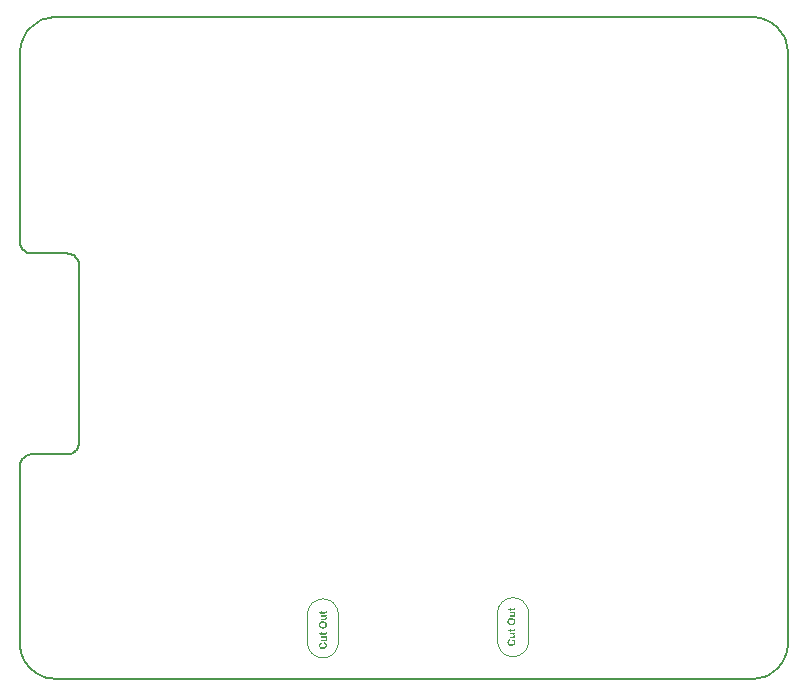
<source format=gm1>
%FSLAX23Y23*%
%MOMM*%
%SFA1B1*%

%IPPOS*%
%ADD50C,0.127000*%
%ADD79C,0.010000*%
%LNraspberryhatboard-1*%
%LPD*%
G36*
X26165Y4863D02*
X26176D01*
X26189Y4861*
X26204Y4859*
X26221Y4856*
X26239Y4854*
X26258Y4849*
X26279Y4844*
X26299Y4836*
X26319Y4828*
X26339Y4819*
X26358Y4807*
X26377Y4794*
X26394Y4779*
X26395Y4778*
X26398Y4775*
X26402Y4770*
X26408Y4763*
X26414Y4755*
X26422Y4745*
X26429Y4733*
X26438Y4720*
X26446Y4704*
X26453Y4687*
X26461Y4669*
X26467Y4648*
X26473Y4627*
X26477Y4604*
X26480Y4580*
X26481Y4554*
Y4552*
Y4548*
X26480Y4540*
X26479Y4531*
X26478Y4519*
X26476Y4505*
X26474Y4489*
X26470Y4473*
X26465Y4454*
X26460Y4437*
X26452Y4417*
X26444Y4399*
X26435Y4379*
X26423Y4362*
X26410Y4344*
X26394Y4328*
X26393Y4327*
X26390Y4324*
X26385Y4320*
X26378Y4315*
X26369Y4308*
X26358Y4301*
X26346Y4293*
X26331Y4286*
X26316Y4278*
X26297Y4270*
X26278Y4263*
X26256Y4256*
X26233Y4251*
X26208Y4247*
X26181Y4244*
X26154Y4243*
X26144*
X26137Y4244*
X26129*
X26120Y4245*
X26108Y4246*
X26096Y4247*
X26071Y4251*
X26043Y4255*
X26015Y4263*
X25989Y4272*
X25988*
X25987Y4273*
X25985Y4275*
X25981Y4276*
X25972Y4281*
X25960Y4288*
X25946Y4296*
X25932Y4306*
X25916Y4318*
X25901Y4331*
X25900Y4332*
X25899Y4333*
X25895Y4338*
X25887Y4346*
X25879Y4356*
X25870Y4368*
X25860Y4382*
X25850Y4398*
X25843Y4415*
X25842Y4417*
X25840Y4421*
X25839Y4426*
X25837Y4431*
X25835Y4438*
X25833Y4446*
X25830Y4454*
X25826Y4475*
X25821Y4498*
X25818Y4525*
X25817Y4552*
Y4554*
Y4559*
X25818Y4566*
Y4575*
X25820Y4587*
X25822Y4601*
X25825Y4617*
X25828Y4634*
X25833Y4651*
X25838Y4670*
X25846Y4688*
X25854Y4708*
X25864Y4726*
X25876Y4745*
X25890Y4762*
X25906Y4779*
X25907Y4780*
X25910Y4782*
X25915Y4787*
X25922Y4792*
X25931Y4798*
X25942Y4806*
X25955Y4813*
X25970Y4821*
X25985Y4830*
X26004Y4837*
X26024Y4844*
X26046Y4851*
X26070Y4856*
X26095Y4860*
X26121Y4863*
X26150Y4864*
X26156*
X26165Y4863*
G37*
G36*
X26469Y5271D02*
X26400D01*
X26402Y5270*
X26406Y5266*
X26413Y5260*
X26421Y5252*
X26431Y5243*
X26440Y5231*
X26451Y5218*
X26459Y5203*
X26460Y5201*
X26462Y5196*
X26465Y5187*
X26469Y5176*
X26473Y5163*
X26476Y5149*
X26478Y5133*
X26479Y5116*
Y5115*
Y5114*
Y5112*
Y5108*
X26478Y5100*
X26476Y5089*
X26475Y5075*
X26471Y5061*
X26465Y5046*
X26459Y5032*
X26458Y5030*
X26455Y5027*
X26451Y5019*
X26444Y5012*
X26436Y5003*
X26426Y4994*
X26414Y4986*
X26402Y4978*
X26400*
X26395Y4976*
X26387Y4973*
X26375Y4970*
X26360Y4967*
X26342Y4965*
X26322Y4963*
X26299Y4962*
X26005*
Y5085*
X26250*
X26269Y5086*
X26291Y5087*
X26310Y5088*
X26318Y5089*
X26327*
X26333Y5090*
X26338Y5091*
X26339*
X26341Y5092*
X26345Y5094*
X26351Y5097*
X26356Y5100*
X26362Y5104*
X26367Y5109*
X26373Y5115*
X26374Y5116*
X26375Y5119*
X26377Y5123*
X26378Y5128*
X26381Y5135*
X26383Y5143*
X26384Y5151*
X26385Y5162*
Y5163*
Y5167*
X26384Y5173*
X26383Y5180*
X26381Y5189*
X26377Y5199*
X26374Y5209*
X26368Y5218*
X26367Y5219*
X26365Y5222*
X26362Y5226*
X26356Y5232*
X26350Y5237*
X26343Y5243*
X26335Y5248*
X26326Y5252*
X26325*
X26320Y5254*
X26316*
X26312Y5255*
X26307Y5256*
X26301Y5257*
X26292Y5258*
X26284Y5259*
X26274Y5260*
X26262*
X26249*
X26234Y5261*
X26005*
Y5384*
X26469*
Y5271*
G37*
G36*
X26462Y5733D02*
X26463Y5732D01*
X26464Y5726*
X26467Y5717*
X26470Y5705*
X26474Y5691*
X26476Y5675*
X26478Y5656*
X26479Y5637*
Y5635*
Y5631*
X26478Y5625*
X26477Y5616*
X26476Y5607*
X26475Y5597*
X26472Y5587*
X26468Y5577*
X26467Y5576*
X26466Y5572*
X26463Y5567*
X26461Y5562*
X26451Y5549*
X26446Y5542*
X26439Y5537*
X26438Y5536*
X26436Y5535*
X26432Y5533*
X26426Y5530*
X26420Y5528*
X26412Y5525*
X26402Y5522*
X26392Y5520*
X26391*
X26388Y5519*
X26382*
X26373Y5518*
X26361*
X26346*
X26338Y5517*
X26103*
Y5460*
X26005*
Y5517*
X25912*
X25840Y5640*
X26005*
Y5724*
X26103*
Y5640*
X26320*
X26331*
X26351*
X26354Y5641*
X26356*
X26358Y5642*
X26362Y5644*
X26366Y5647*
X26372Y5653*
X26373Y5654*
X26375Y5658*
X26377Y5665*
Y5673*
Y5674*
Y5677*
Y5680*
X26376Y5686*
X26375Y5693*
X26373Y5702*
X26370Y5712*
X26366Y5723*
X26462Y5734*
Y5733*
G37*
G36*
X26278Y3065D02*
X26283Y3063D01*
X26291Y3060*
X26299Y3056*
X26309Y3053*
X26320Y3048*
X26332Y3042*
X26357Y3030*
X26383Y3013*
X26408Y2993*
X26419Y2981*
X26429Y2969*
X26430*
X26431Y2967*
X26434Y2963*
X26438Y2957*
X26441Y2951*
X26445Y2943*
X26450Y2933*
X26454Y2923*
X26460Y2911*
X26464Y2898*
X26468Y2884*
X26472Y2870*
X26475Y2854*
X26478Y2836*
X26479Y2819*
X26480Y2799*
Y2797*
Y2794*
X26479Y2787*
X26478Y2778*
X26477Y2768*
X26475Y2755*
X26473Y2741*
X26469Y2725*
X26464Y2710*
X26459Y2693*
X26451Y2675*
X26443Y2658*
X26434Y2640*
X26422Y2623*
X26409Y2606*
X26393Y2590*
X26392Y2589*
X26389Y2587*
X26384Y2583*
X26377Y2577*
X26368Y2572*
X26358Y2564*
X26345Y2557*
X26330Y2550*
X26315Y2542*
X26297Y2535*
X26277Y2527*
X26255Y2522*
X26233Y2516*
X26208Y2513*
X26182Y2510*
X26155Y2509*
X26147*
X26139Y2510*
X26128*
X26115Y2512*
X26099Y2514*
X26083Y2515*
X26063Y2519*
X26044Y2524*
X26023Y2529*
X26003Y2536*
X25982Y2544*
X25961Y2553*
X25942Y2564*
X25924Y2576*
X25906Y2591*
X25905Y2592*
X25902Y2595*
X25898Y2600*
X25892Y2606*
X25886Y2614*
X25878Y2625*
X25870Y2636*
X25862Y2650*
X25853Y2664*
X25845Y2680*
X25838Y2699*
X25831Y2717*
X25826Y2738*
X25821Y2760*
X25818Y2784*
X25817Y2808*
Y2809*
Y2813*
Y2819*
X25818Y2827*
X25819Y2837*
X25821Y2848*
X25823Y2861*
X25826Y2875*
X25829Y2890*
X25834Y2906*
X25839Y2921*
X25847Y2938*
X25854Y2954*
X25863Y2969*
X25875Y2984*
X25887Y2998*
Y2999*
X25888Y3000*
X25891Y3003*
X25894Y3005*
X25899Y3009*
X25904Y3013*
X25917Y3023*
X25934Y3033*
X25954Y3044*
X25977Y3054*
X26004Y3064*
X26034Y2936*
X26033Y2935*
X26030*
X26026Y2933*
X26018Y2931*
X26007Y2926*
X25994Y2920*
X25981Y2911*
X25968Y2900*
X25957Y2888*
X25956Y2886*
X25952Y2882*
X25948Y2874*
X25942Y2864*
X25936Y2851*
X25932Y2836*
X25928Y2820*
X25927Y2801*
Y2800*
Y2798*
Y2795*
X25928Y2789*
X25929Y2784*
X25930Y2776*
X25934Y2760*
X25940Y2742*
X25949Y2723*
X25955Y2712*
X25961Y2703*
X25970Y2694*
X25979Y2686*
X25980*
X25982Y2684*
X25985Y2682*
X25989Y2679*
X25995Y2675*
X26001Y2672*
X26009Y2668*
X26019Y2664*
X26030Y2660*
X26042Y2656*
X26056Y2652*
X26071Y2649*
X26087Y2646*
X26105Y2644*
X26124Y2643*
X26145Y2642*
X26157*
X26165Y2643*
X26175*
X26187Y2645*
X26199Y2646*
X26213Y2648*
X26242Y2653*
X26270Y2661*
X26284Y2665*
X26297Y2672*
X26309Y2678*
X26319Y2686*
X26320Y2687*
X26321*
X26324Y2690*
X26328Y2694*
X26335Y2703*
X26344Y2716*
X26354Y2732*
X26362Y2751*
X26368Y2773*
X26369Y2785*
X26370Y2798*
Y2799*
Y2800*
Y2803*
X26369Y2807*
X26368Y2817*
X26366Y2829*
X26362Y2842*
X26356Y2857*
X26349Y2871*
X26338Y2886*
X26336Y2888*
X26331Y2893*
X26324Y2899*
X26313Y2907*
X26298Y2916*
X26280Y2924*
X26259Y2932*
X26234Y2940*
X26273Y3066*
X26274*
X26278Y3065*
G37*
G36*
X26469Y3483D02*
X26400D01*
X26402Y3482*
X26406Y3478*
X26413Y3472*
X26421Y3464*
X26431Y3455*
X26440Y3443*
X26451Y3430*
X26459Y3415*
X26460Y3413*
X26462Y3408*
X26465Y3399*
X26469Y3388*
X26473Y3375*
X26476Y3361*
X26478Y3345*
X26479Y3328*
Y3327*
Y3326*
Y3324*
Y3320*
X26478Y3312*
X26476Y3300*
X26475Y3287*
X26471Y3273*
X26465Y3258*
X26459Y3244*
X26458Y3242*
X26455Y3238*
X26451Y3231*
X26444Y3224*
X26436Y3214*
X26426Y3206*
X26414Y3198*
X26402Y3190*
X26400Y3189*
X26395Y3188*
X26387Y3185*
X26375Y3182*
X26360Y3179*
X26342Y3177*
X26322Y3175*
X26299Y3174*
X26005*
Y3297*
X26250*
X26269Y3298*
X26291Y3299*
X26310*
X26318Y3300*
X26327Y3301*
X26333Y3302*
X26338Y3303*
X26339*
X26341Y3304*
X26345Y3306*
X26351Y3309*
X26356Y3312*
X26362Y3316*
X26367Y3321*
X26373Y3327*
X26374Y3328*
X26375Y3331*
X26377Y3335*
X26378Y3340*
X26381Y3347*
X26383Y3355*
X26384Y3363*
X26385Y3373*
Y3375*
Y3379*
X26384Y3385*
X26383Y3392*
X26381Y3401*
X26377Y3410*
X26374Y3421*
X26368Y3430*
X26367Y3431*
X26365Y3434*
X26362Y3438*
X26356Y3444*
X26350Y3449*
X26343Y3455*
X26335Y3460*
X26326Y3464*
X26325*
X26320Y3466*
X26316*
X26312Y3467*
X26307Y3468*
X26301Y3469*
X26292Y3470*
X26284Y3471*
X26274*
X26262*
X26249Y3472*
X26234Y3473*
X26005*
Y3596*
X26469*
Y3483*
G37*
G36*
X26462Y3945D02*
X26463Y3944D01*
X26464Y3938*
X26467Y3929*
X26470Y3917*
X26474Y3903*
X26476Y3887*
X26478Y3868*
X26479Y3849*
Y3847*
Y3843*
X26478Y3837*
X26477Y3828*
X26476Y3819*
X26475Y3809*
X26472Y3799*
X26468Y3789*
X26467Y3788*
X26466Y3784*
X26463Y3779*
X26461Y3774*
X26451Y3761*
X26446Y3754*
X26439Y3749*
X26438Y3748*
X26436Y3747*
X26432Y3745*
X26426Y3742*
X26420Y3740*
X26412Y3737*
X26402Y3734*
X26392Y3732*
X26391*
X26388Y3731*
X26382*
X26373Y3730*
X26361Y3729*
X26346*
X26338Y3728*
X26103*
Y3672*
X26005*
Y3728*
X25912*
X25840Y3851*
X26005*
Y3936*
X26103*
Y3851*
X26320*
X26331Y3852*
X26351*
X26354Y3853*
X26356*
X26358Y3854*
X26362Y3856*
X26366Y3859*
X26372Y3864*
X26373Y3866*
X26375Y3870*
X26377Y3876*
Y3885*
Y3886*
Y3888*
Y3892*
X26376Y3898*
X26375Y3905*
X26373Y3913*
X26370Y3924*
X26366Y3935*
X26462Y3946*
Y3945*
G37*
G36*
X42228Y3335D02*
X42233Y3333D01*
X42241Y3330*
X42249Y3326*
X42259Y3323*
X42270Y3318*
X42282Y3312*
X42307Y3300*
X42333Y3283*
X42358Y3263*
X42369Y3251*
X42379Y3239*
X42380*
X42381Y3237*
X42384Y3233*
X42388Y3227*
X42391Y3221*
X42395Y3213*
X42400Y3203*
X42404Y3193*
X42410Y3181*
X42414Y3168*
X42418Y3154*
X42422Y3140*
X42425Y3124*
X42428Y3106*
X42429Y3089*
X42430Y3069*
Y3067*
Y3064*
X42429Y3057*
X42428Y3048*
X42427Y3038*
X42425Y3025*
X42423Y3011*
X42419Y2995*
X42414Y2980*
X42409Y2963*
X42401Y2945*
X42393Y2928*
X42384Y2910*
X42372Y2893*
X42359Y2876*
X42343Y2860*
X42342Y2859*
X42339Y2857*
X42334Y2853*
X42327Y2847*
X42318Y2842*
X42308Y2834*
X42295Y2827*
X42280Y2820*
X42265Y2812*
X42247Y2805*
X42227Y2797*
X42205Y2792*
X42183Y2786*
X42158Y2783*
X42132Y2780*
X42105Y2779*
X42097*
X42089Y2780*
X42078*
X42065Y2782*
X42049Y2784*
X42033Y2785*
X42013Y2789*
X41994Y2794*
X41973Y2799*
X41953Y2806*
X41932Y2814*
X41911Y2823*
X41892Y2834*
X41874Y2846*
X41856Y2861*
X41855Y2862*
X41852Y2865*
X41848Y2870*
X41842Y2876*
X41836Y2884*
X41828Y2895*
X41820Y2906*
X41812Y2920*
X41803Y2934*
X41795Y2950*
X41788Y2969*
X41781Y2987*
X41776Y3008*
X41771Y3030*
X41768Y3054*
X41767Y3078*
Y3079*
Y3083*
Y3089*
X41768Y3097*
X41769Y3107*
X41771Y3118*
X41773Y3131*
X41776Y3145*
X41779Y3160*
X41784Y3176*
X41789Y3191*
X41797Y3208*
X41804Y3224*
X41813Y3239*
X41825Y3254*
X41837Y3268*
Y3269*
X41838Y3270*
X41841Y3273*
X41844Y3275*
X41849Y3279*
X41854Y3283*
X41867Y3293*
X41884Y3303*
X41904Y3314*
X41927Y3324*
X41954Y3334*
X41984Y3206*
X41983Y3205*
X41980*
X41976Y3203*
X41968Y3201*
X41957Y3196*
X41944Y3190*
X41931Y3181*
X41918Y3170*
X41907Y3158*
X41906Y3156*
X41902Y3152*
X41898Y3144*
X41892Y3134*
X41886Y3121*
X41882Y3106*
X41878Y3090*
X41877Y3071*
Y3070*
Y3068*
Y3065*
X41878Y3059*
X41879Y3054*
X41880Y3046*
X41884Y3030*
X41890Y3012*
X41899Y2993*
X41905Y2982*
X41911Y2973*
X41920Y2964*
X41929Y2956*
X41930*
X41932Y2954*
X41935Y2952*
X41939Y2949*
X41945Y2945*
X41951Y2942*
X41959Y2938*
X41969Y2934*
X41980Y2930*
X41992Y2926*
X42006Y2922*
X42021Y2919*
X42037Y2916*
X42055Y2914*
X42074Y2913*
X42095Y2912*
X42107*
X42115Y2913*
X42125*
X42137Y2915*
X42149Y2916*
X42163Y2918*
X42192Y2923*
X42220Y2931*
X42234Y2935*
X42247Y2942*
X42259Y2948*
X42269Y2956*
X42270Y2957*
X42271*
X42274Y2960*
X42278Y2964*
X42285Y2973*
X42294Y2986*
X42304Y3002*
X42312Y3021*
X42318Y3043*
X42319Y3055*
X42320Y3068*
Y3069*
Y3070*
Y3073*
X42319Y3077*
X42318Y3087*
X42316Y3099*
X42312Y3112*
X42306Y3127*
X42299Y3141*
X42288Y3156*
X42286Y3158*
X42281Y3163*
X42274Y3169*
X42263Y3177*
X42248Y3186*
X42230Y3194*
X42209Y3202*
X42184Y3210*
X42223Y3336*
X42224*
X42228Y3335*
G37*
G36*
X42115Y5133D02*
X42126D01*
X42139Y5131*
X42154Y5129*
X42171Y5126*
X42189Y5124*
X42208Y5119*
X42229Y5114*
X42249Y5106*
X42269Y5098*
X42289Y5089*
X42308Y5077*
X42327Y5064*
X42344Y5049*
X42345Y5048*
X42348Y5045*
X42352Y5040*
X42358Y5033*
X42364Y5025*
X42372Y5015*
X42379Y5003*
X42388Y4990*
X42396Y4974*
X42403Y4957*
X42411Y4939*
X42417Y4918*
X42423Y4897*
X42427Y4874*
X42430Y4850*
X42431Y4824*
Y4822*
Y4818*
X42430Y4810*
X42429Y4801*
X42428Y4789*
X42426Y4775*
X42424Y4759*
X42420Y4743*
X42415Y4724*
X42410Y4707*
X42402Y4687*
X42394Y4669*
X42385Y4649*
X42373Y4632*
X42360Y4614*
X42344Y4598*
X42343Y4597*
X42340Y4594*
X42335Y4590*
X42328Y4585*
X42319Y4578*
X42308Y4571*
X42296Y4563*
X42281Y4556*
X42266Y4548*
X42247Y4540*
X42228Y4533*
X42206Y4526*
X42183Y4521*
X42158Y4517*
X42131Y4514*
X42104Y4513*
X42094*
X42087Y4514*
X42079*
X42070Y4515*
X42058Y4516*
X42046Y4517*
X42021Y4521*
X41993Y4525*
X41965Y4533*
X41939Y4542*
X41938*
X41937Y4543*
X41935Y4545*
X41931Y4546*
X41922Y4551*
X41910Y4558*
X41896Y4566*
X41882Y4576*
X41866Y4588*
X41851Y4601*
X41850Y4602*
X41849Y4603*
X41845Y4608*
X41837Y4616*
X41829Y4626*
X41820Y4638*
X41810Y4652*
X41800Y4668*
X41793Y4685*
X41792Y4687*
X41790Y4691*
X41789Y4696*
X41787Y4701*
X41785Y4708*
X41783Y4716*
X41780Y4724*
X41776Y4745*
X41771Y4768*
X41768Y4795*
X41767Y4822*
Y4824*
Y4829*
X41768Y4836*
Y4845*
X41770Y4857*
X41772Y4871*
X41775Y4887*
X41778Y4904*
X41783Y4921*
X41788Y4940*
X41796Y4958*
X41804Y4978*
X41814Y4996*
X41826Y5015*
X41840Y5032*
X41856Y5049*
X41857Y5050*
X41860Y5052*
X41865Y5057*
X41872Y5062*
X41881Y5068*
X41892Y5076*
X41905Y5083*
X41920Y5091*
X41935Y5100*
X41954Y5107*
X41974Y5114*
X41996Y5121*
X42020Y5126*
X42045Y5130*
X42071Y5133*
X42100Y5134*
X42106*
X42115Y5133*
G37*
G36*
X42419Y5541D02*
X42350D01*
X42352Y5540*
X42356Y5536*
X42363Y5530*
X42371Y5522*
X42381Y5513*
X42390Y5501*
X42401Y5488*
X42409Y5473*
X42410Y5471*
X42412Y5466*
X42415Y5457*
X42419Y5446*
X42423Y5433*
X42426Y5419*
X42428Y5403*
X42429Y5386*
Y5385*
Y5384*
Y5382*
Y5378*
X42428Y5370*
X42426Y5359*
X42425Y5345*
X42421Y5331*
X42415Y5316*
X42409Y5302*
X42408Y5300*
X42405Y5297*
X42401Y5289*
X42394Y5282*
X42386Y5273*
X42376Y5264*
X42364Y5256*
X42352Y5248*
X42350*
X42345Y5246*
X42337Y5243*
X42325Y5240*
X42310Y5237*
X42292Y5235*
X42272Y5233*
X42249Y5232*
X41955*
Y5355*
X42200*
X42219Y5356*
X42241Y5357*
X42260Y5358*
X42268Y5359*
X42277*
X42283Y5360*
X42288Y5361*
X42289*
X42291Y5362*
X42295Y5364*
X42301Y5367*
X42306Y5370*
X42312Y5374*
X42317Y5379*
X42323Y5385*
X42324Y5386*
X42325Y5389*
X42327Y5393*
X42328Y5398*
X42331Y5405*
X42333Y5413*
X42334Y5421*
X42335Y5432*
Y5433*
Y5437*
X42334Y5443*
X42333Y5450*
X42331Y5459*
X42327Y5469*
X42324Y5479*
X42318Y5488*
X42317Y5489*
X42315Y5492*
X42312Y5496*
X42306Y5502*
X42300Y5507*
X42293Y5513*
X42285Y5518*
X42276Y5522*
X42275*
X42270Y5524*
X42266*
X42262Y5525*
X42257Y5526*
X42251Y5527*
X42242Y5528*
X42234Y5529*
X42224Y5530*
X42212*
X42199*
X42184Y5531*
X41955*
Y5654*
X42419*
Y5541*
G37*
G36*
X42412Y6003D02*
X42413Y6002D01*
X42414Y5996*
X42417Y5987*
X42420Y5975*
X42424Y5961*
X42426Y5945*
X42428Y5926*
X42429Y5907*
Y5905*
Y5901*
X42428Y5895*
X42427Y5886*
X42426Y5877*
X42425Y5867*
X42422Y5857*
X42418Y5847*
X42417Y5846*
X42416Y5842*
X42413Y5837*
X42411Y5832*
X42401Y5819*
X42396Y5812*
X42389Y5807*
X42388Y5806*
X42386Y5805*
X42382Y5803*
X42376Y5800*
X42370Y5798*
X42362Y5795*
X42352Y5792*
X42342Y5790*
X42341*
X42338Y5789*
X42332*
X42323Y5788*
X42311*
X42296*
X42288Y5787*
X42053*
Y5730*
X41955*
Y5787*
X41862*
X41790Y5910*
X41955*
Y5994*
X42053*
Y5910*
X42270*
X42281*
X42301*
X42304Y5911*
X42306*
X42308Y5912*
X42312Y5914*
X42316Y5917*
X42322Y5923*
X42323Y5924*
X42325Y5928*
X42327Y5935*
Y5943*
Y5944*
Y5947*
Y5950*
X42326Y5956*
X42325Y5963*
X42323Y5972*
X42320Y5982*
X42316Y5993*
X42412Y6004*
Y6003*
G37*
G36*
Y4215D02*
X42413Y4214D01*
X42414Y4208*
X42417Y4199*
X42420Y4187*
X42424Y4173*
X42426Y4157*
X42428Y4138*
X42429Y4119*
Y4117*
Y4113*
X42428Y4107*
X42427Y4098*
X42426Y4089*
X42425Y4079*
X42422Y4069*
X42418Y4059*
X42417Y4058*
X42416Y4054*
X42413Y4049*
X42411Y4044*
X42401Y4031*
X42396Y4024*
X42389Y4019*
X42388Y4018*
X42386Y4017*
X42382Y4015*
X42376Y4012*
X42370Y4010*
X42362Y4007*
X42352Y4004*
X42342Y4002*
X42341*
X42338Y4001*
X42332*
X42323Y4000*
X42311Y3999*
X42296*
X42288Y3998*
X42053*
Y3942*
X41955*
Y3998*
X41862*
X41790Y4121*
X41955*
Y4206*
X42053*
Y4121*
X42270*
X42281Y4122*
X42301*
X42304Y4123*
X42306*
X42308Y4124*
X42312Y4126*
X42316Y4129*
X42322Y4134*
X42323Y4136*
X42325Y4140*
X42327Y4146*
Y4155*
Y4156*
Y4158*
Y4162*
X42326Y4168*
X42325Y4175*
X42323Y4183*
X42320Y4194*
X42316Y4205*
X42412Y4216*
Y4215*
G37*
G36*
X42419Y3753D02*
X42350D01*
X42352Y3752*
X42356Y3748*
X42363Y3742*
X42371Y3734*
X42381Y3725*
X42390Y3713*
X42401Y3700*
X42409Y3685*
X42410Y3683*
X42412Y3678*
X42415Y3669*
X42419Y3658*
X42423Y3645*
X42426Y3631*
X42428Y3615*
X42429Y3598*
Y3597*
Y3596*
Y3594*
Y3590*
X42428Y3582*
X42426Y3570*
X42425Y3557*
X42421Y3543*
X42415Y3528*
X42409Y3514*
X42408Y3512*
X42405Y3508*
X42401Y3501*
X42394Y3494*
X42386Y3484*
X42376Y3476*
X42364Y3468*
X42352Y3460*
X42350Y3459*
X42345Y3458*
X42337Y3455*
X42325Y3452*
X42310Y3449*
X42292Y3447*
X42272Y3445*
X42249Y3444*
X41955*
Y3567*
X42200*
X42219Y3568*
X42241Y3569*
X42260*
X42268Y3570*
X42277Y3571*
X42283Y3572*
X42288Y3573*
X42289*
X42291Y3574*
X42295Y3576*
X42301Y3579*
X42306Y3582*
X42312Y3586*
X42317Y3591*
X42323Y3597*
X42324Y3598*
X42325Y3601*
X42327Y3605*
X42328Y3610*
X42331Y3617*
X42333Y3625*
X42334Y3633*
X42335Y3643*
Y3645*
Y3649*
X42334Y3655*
X42333Y3662*
X42331Y3671*
X42327Y3680*
X42324Y3691*
X42318Y3700*
X42317Y3701*
X42315Y3704*
X42312Y3708*
X42306Y3714*
X42300Y3719*
X42293Y3725*
X42285Y3730*
X42276Y3734*
X42275*
X42270Y3736*
X42266*
X42262Y3737*
X42257Y3738*
X42251Y3739*
X42242Y3740*
X42234Y3741*
X42224*
X42212*
X42199Y3742*
X42184Y3743*
X41955*
Y3866*
X42419*
Y3753*
G37*
%LNraspberryhatboard-2*%
%LPC*%
G36*
X26147Y4731D02*
X26137D01*
X26129Y4730*
X26120Y4729*
X26109Y4728*
X26097Y4727*
X26085Y4724*
X26058Y4719*
X26031Y4710*
X26017Y4705*
X26005Y4698*
X25993Y4690*
X25982Y4682*
X25981Y4681*
X25979Y4680*
X25977Y4677*
X25973Y4673*
X25969Y4668*
X25964Y4662*
X25960Y4656*
X25954Y4648*
X25949Y4639*
X25945Y4629*
X25936Y4608*
X25932Y4596*
X25930Y4583*
X25928Y4569*
X25927Y4554*
Y4553*
Y4550*
Y4547*
X25928Y4541*
X25929Y4534*
X25930Y4526*
X25934Y4508*
X25941Y4488*
X25945Y4476*
X25950Y4465*
X25957Y4455*
X25964Y4444*
X25973Y4434*
X25983Y4425*
X25984Y4424*
X25985Y4423*
X25988Y4420*
X25993Y4417*
X25999Y4414*
X26006Y4410*
X26014Y4405*
X26024Y4401*
X26035Y4396*
X26047Y4391*
X26061Y4388*
X26076Y4384*
X26093Y4381*
X26110Y4378*
X26129*
X26149Y4377*
X26159*
X26167Y4378*
X26176*
X26187Y4379*
X26198Y4381*
X26211Y4383*
X26238Y4389*
X26265Y4398*
X26279Y4403*
X26291Y4410*
X26304Y4418*
X26315Y4427*
X26316*
X26317Y4429*
X26320Y4432*
X26323Y4436*
X26328Y4440*
X26332Y4447*
X26338Y4453*
X26342Y4462*
X26353Y4479*
X26362Y4501*
X26365Y4513*
X26368Y4526*
X26370Y4540*
X26371Y4554*
Y4555*
Y4558*
Y4562*
X26370Y4567*
X26369Y4574*
X26368Y4581*
X26364Y4599*
X26357Y4619*
X26353Y4629*
X26348Y4640*
X26341Y4650*
X26334Y4661*
X26326Y4672*
X26316Y4681*
X26315Y4682*
X26313Y4683*
X26310Y4685*
X26305Y4688*
X26299Y4693*
X26291Y4697*
X26283Y4701*
X26273Y4706*
X26262Y4710*
X26250Y4715*
X26236Y4720*
X26220Y4723*
X26205Y4726*
X26187Y4729*
X26168Y4730*
X26147Y4731*
G37*
G36*
X42097Y5001D02*
X42087D01*
X42079Y5000*
X42070Y4999*
X42059Y4998*
X42047Y4997*
X42035Y4994*
X42008Y4989*
X41981Y4980*
X41967Y4975*
X41955Y4968*
X41943Y4960*
X41932Y4952*
X41931Y4951*
X41929Y4950*
X41927Y4947*
X41923Y4943*
X41919Y4938*
X41914Y4932*
X41910Y4926*
X41904Y4918*
X41899Y4909*
X41895Y4899*
X41886Y4878*
X41882Y4866*
X41880Y4853*
X41878Y4839*
X41877Y4824*
Y4823*
Y4820*
Y4817*
X41878Y4811*
X41879Y4804*
X41880Y4796*
X41884Y4778*
X41891Y4758*
X41895Y4746*
X41900Y4735*
X41907Y4725*
X41914Y4714*
X41923Y4704*
X41933Y4695*
X41934Y4694*
X41935Y4693*
X41938Y4690*
X41943Y4687*
X41949Y4684*
X41956Y4680*
X41964Y4675*
X41974Y4671*
X41985Y4666*
X41997Y4661*
X42011Y4658*
X42026Y4654*
X42043Y4651*
X42060Y4648*
X42079*
X42099Y4647*
X42109*
X42117Y4648*
X42126*
X42137Y4649*
X42148Y4651*
X42161Y4653*
X42188Y4659*
X42215Y4668*
X42229Y4673*
X42241Y4680*
X42254Y4688*
X42265Y4697*
X42266*
X42267Y4699*
X42270Y4702*
X42273Y4706*
X42278Y4710*
X42282Y4717*
X42288Y4723*
X42292Y4732*
X42303Y4749*
X42312Y4771*
X42315Y4783*
X42318Y4796*
X42320Y4810*
X42321Y4824*
Y4825*
Y4828*
Y4832*
X42320Y4837*
X42319Y4844*
X42318Y4851*
X42314Y4869*
X42307Y4889*
X42303Y4899*
X42298Y4910*
X42291Y4920*
X42284Y4931*
X42276Y4942*
X42266Y4951*
X42265Y4952*
X42263Y4953*
X42260Y4955*
X42255Y4958*
X42249Y4963*
X42241Y4967*
X42233Y4971*
X42223Y4976*
X42212Y4980*
X42200Y4985*
X42186Y4990*
X42170Y4993*
X42155Y4996*
X42137Y4999*
X42118Y5000*
X42097Y5001*
G37*
%LNraspberryhatboard-3*%
%LPD*%
G54D50*
X1499Y18999D02*
D01*
X1430Y18997*
X1360Y18990*
X1292Y18978*
X1224Y18961*
X1157Y18939*
X1093Y18913*
X1030Y18882*
X970Y18848*
X912Y18809*
X857Y18766*
X805Y18719*
X756Y18669*
X711Y18615*
X670Y18559*
X633Y18499*
X601Y18438*
X572Y18374*
X548Y18309*
X529Y18241*
X515Y18173*
X505Y18104*
X500Y18034*
X499Y17999*
X4499Y18999D02*
D01*
X4569Y19002*
X4639Y19009*
X4707Y19021*
X4775Y19038*
X4842Y19060*
X4906Y19086*
X4969Y19117*
X5029Y19151*
X5087Y19190*
X5142Y19233*
X5194Y19280*
X5243Y19330*
X5288Y19384*
X5329Y19440*
X5366Y19499*
X5398Y19561*
X5427Y19625*
X5451Y19690*
X5470Y19758*
X5484Y19826*
X5494Y19895*
X5499Y19965*
X5499Y19999*
Y34999D02*
D01*
X5497Y35069*
X5490Y35139*
X5478Y35207*
X5461Y35275*
X5439Y35342*
X5413Y35406*
X5382Y35469*
X5348Y35529*
X5309Y35587*
X5266Y35642*
X5219Y35694*
X5169Y35743*
X5115Y35787*
X5059Y35829*
X4999Y35866*
X4938Y35898*
X4874Y35927*
X4809Y35951*
X4741Y35970*
X4673Y35984*
X4604Y35994*
X4534Y35999*
X4499Y35999*
X499Y36999D02*
D01*
X502Y36930*
X509Y36860*
X521Y36792*
X538Y36724*
X560Y36657*
X586Y36593*
X617Y36530*
X651Y36470*
X690Y36412*
X733Y36357*
X780Y36305*
X830Y36256*
X884Y36211*
X940Y36170*
X999Y36133*
X1061Y36101*
X1125Y36072*
X1190Y36048*
X1258Y36029*
X1326Y36015*
X1395Y36005*
X1465Y36000*
X1499Y35999*
X499Y2999D02*
D01*
X507Y2790*
X529Y2582*
X565Y2376*
X616Y2173*
X680Y1973*
X759Y1779*
X851Y1591*
X955Y1410*
X1072Y1236*
X1201Y1071*
X1341Y916*
X1492Y770*
X1653Y635*
X1822Y512*
X1999Y401*
X2184Y303*
X2376Y218*
X2572Y146*
X2774Y89*
X2979Y45*
X3186Y16*
X3395Y1*
X3499Y0*
X62499D02*
D01*
X62709Y7*
X62917Y29*
X63123Y65*
X63326Y116*
X63526Y180*
X63720Y259*
X63908Y351*
X64089Y455*
X64263Y572*
X64428Y701*
X64583Y841*
X64729Y992*
X64864Y1153*
X64987Y1322*
X65098Y1499*
X65196Y1684*
X65281Y1876*
X65353Y2072*
X65410Y2274*
X65454Y2479*
X65483Y2686*
X65498Y2895*
X65499Y2999*
Y52999D02*
D01*
X65492Y53209*
X65470Y53417*
X65434Y53623*
X65383Y53826*
X65319Y54026*
X65240Y54220*
X65148Y54408*
X65044Y54589*
X64927Y54763*
X64798Y54928*
X64658Y55083*
X64507Y55229*
X64346Y55364*
X64177Y55487*
X63999Y55598*
X63815Y55696*
X63623Y55781*
X63427Y55853*
X63225Y55910*
X63020Y55954*
X62813Y55983*
X62604Y55998*
X62499Y55999*
X3499D02*
D01*
X3290Y55992*
X3082Y55970*
X2876Y55934*
X2673Y55883*
X2473Y55819*
X2279Y55740*
X2091Y55648*
X1910Y55544*
X1736Y55427*
X1571Y55298*
X1416Y55158*
X1270Y55007*
X1135Y54846*
X1012Y54677*
X901Y54499*
X803Y54315*
X718Y54123*
X646Y53927*
X589Y53725*
X545Y53520*
X516Y53313*
X501Y53104*
X499Y52999*
X65499Y2999D02*
Y53099D01*
X1499Y18999D02*
X4499D01*
X5499Y19999D02*
Y34999D01*
X499Y2999D02*
Y17999D01*
X1499Y35999D02*
X4499D01*
X499Y36999D02*
Y52999D01*
X3499Y0D02*
X62499D01*
X3499Y55999D02*
X62499D01*
G54D79*
X27399Y5499D02*
D01*
X27396Y5590*
X27386Y5680*
X27369Y5770*
X27347Y5857*
X27318Y5944*
X27283Y6027*
X27243Y6109*
X27197Y6187*
X27146Y6262*
X27090Y6333*
X27028Y6400*
X26963Y6463*
X26893Y6520*
X26819Y6573*
X26742Y6621*
X26661Y6663*
X26578Y6699*
X26493Y6730*
X26405Y6754*
X26316Y6772*
X26226Y6784*
X26136Y6790*
X26045Y6789*
X25955Y6782*
X25865Y6769*
X25776Y6750*
X25689Y6724*
X25604Y6692*
X25522Y6655*
X25442Y6612*
X25365Y6563*
X25292Y6509*
X25223Y6451*
X25158Y6387*
X25098Y6319*
X25042Y6247*
X24992Y6172*
X24947Y6093*
X24908Y6011*
X24875Y5927*
X24847Y5840*
X24826Y5752*
X24811Y5663*
X24802Y5572*
X24799Y5499*
Y3099D02*
D01*
X24803Y3009*
X24814Y2919*
X24830Y2829*
X24853Y2742*
X24881Y2655*
X24916Y2572*
X24956Y2490*
X25002Y2412*
X25054Y2337*
X25110Y2266*
X25171Y2199*
X25237Y2137*
X25307Y2079*
X25381Y2026*
X25458Y1979*
X25539Y1937*
X25622Y1900*
X25707Y1870*
X25795Y1846*
X25884Y1828*
X25974Y1816*
X26064Y1810*
X26155Y1811*
X26245Y1818*
X26335Y1831*
X26424Y1851*
X26511Y1876*
X26596Y1908*
X26678Y1945*
X26758Y1989*
X26835Y2037*
X26908Y2091*
X26977Y2150*
X27042Y2214*
X27102Y2282*
X27157Y2353*
X27207Y2429*
X27252Y2508*
X27291Y2590*
X27325Y2674*
X27352Y2761*
X27373Y2849*
X27388Y2938*
X27397Y3029*
X27399Y3099*
X43499Y5599D02*
D01*
X43496Y5690*
X43486Y5780*
X43469Y5870*
X43447Y5957*
X43418Y6044*
X43383Y6127*
X43343Y6209*
X43297Y6287*
X43246Y6362*
X43190Y6433*
X43128Y6500*
X43063Y6563*
X42993Y6620*
X42919Y6673*
X42842Y6721*
X42761Y6763*
X42678Y6799*
X42593Y6830*
X42505Y6854*
X42416Y6872*
X42326Y6884*
X42236Y6890*
X42145Y6889*
X42055Y6882*
X41965Y6869*
X41876Y6850*
X41789Y6824*
X41704Y6792*
X41622Y6755*
X41542Y6712*
X41465Y6663*
X41392Y6609*
X41323Y6551*
X41258Y6487*
X41198Y6419*
X41142Y6347*
X41092Y6272*
X41047Y6193*
X41008Y6111*
X40975Y6027*
X40947Y5940*
X40926Y5852*
X40911Y5763*
X40902Y5672*
X40899Y5599*
Y3199D02*
D01*
X40903Y3109*
X40914Y3019*
X40930Y2929*
X40953Y2842*
X40981Y2755*
X41016Y2672*
X41056Y2590*
X41102Y2512*
X41154Y2437*
X41210Y2366*
X41271Y2299*
X41337Y2237*
X41407Y2179*
X41481Y2126*
X41558Y2079*
X41639Y2037*
X41722Y2000*
X41807Y1970*
X41895Y1946*
X41984Y1928*
X42074Y1916*
X42164Y1910*
X42255Y1911*
X42345Y1918*
X42435Y1931*
X42524Y1951*
X42611Y1976*
X42696Y2008*
X42778Y2045*
X42858Y2089*
X42935Y2137*
X43008Y2191*
X43077Y2250*
X43142Y2314*
X43202Y2382*
X43257Y2453*
X43307Y2529*
X43352Y2608*
X43391Y2690*
X43425Y2774*
X43452Y2861*
X43473Y2949*
X43488Y3038*
X43497Y3129*
X43499Y3199*
X24799Y3099D02*
Y5499D01*
X27399Y3099D02*
Y5499D01*
X40899Y3199D02*
Y5599D01*
X43499Y3199D02*
Y5599D01*
M02*
</source>
